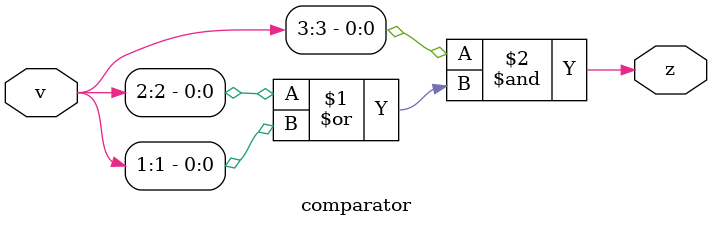
<source format=v>

module comparator(v,z);
	input [3:0] v; //Inputs
	output z; //Output
	
	assign z = v[3] & (v[2] | v[1]);
endmodule
</source>
